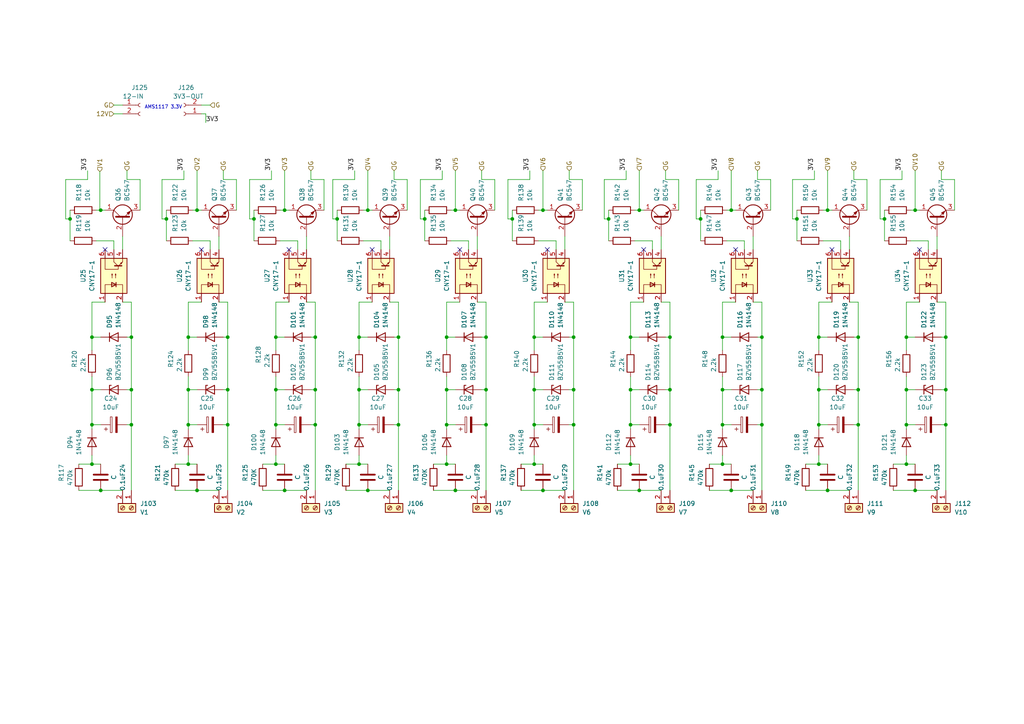
<source format=kicad_sch>
(kicad_sch (version 20211123) (generator eeschema)
  (paper "A4")
  (junction (at 115.57 113.03))
  (junction (at 220.98 113.03))
  (junction (at 194.31 113.03))
  (junction (at 115.57 97.79))
  (junction (at 80.01 134.62))
  (junction (at 20.32 63.5))
  (junction (at 154.94 97.79))
  (junction (at 194.31 123.19))
  (junction (at 209.55 123.19))
  (junction (at 220.98 97.79))
  (junction (at 104.14 113.03))
  (junction (at 80.01 97.79))
  (junction (at 123.19 63.5))
  (junction (at 154.94 134.62))
  (junction (at 237.49 113.03))
  (junction (at 54.61 134.62))
  (junction (at 240.03 60.96))
  (junction (at 129.54 123.19))
  (junction (at 106.68 142.24))
  (junction (at 26.67 97.79))
  (junction (at 54.61 97.79))
  (junction (at 29.21 60.96))
  (junction (at 54.61 123.19))
  (junction (at 97.79 63.5))
  (junction (at 194.31 97.79))
  (junction (at 182.88 134.62))
  (junction (at 115.57 123.19))
  (junction (at 274.32 123.19))
  (junction (at 262.89 123.19))
  (junction (at 140.97 123.19))
  (junction (at 104.14 134.62))
  (junction (at 104.14 97.79))
  (junction (at 176.53 63.5))
  (junction (at 166.37 123.19))
  (junction (at 157.48 60.96))
  (junction (at 248.92 113.03))
  (junction (at 262.89 113.03))
  (junction (at 80.01 123.19))
  (junction (at 220.98 123.19))
  (junction (at 132.08 60.96))
  (junction (at 73.66 63.5))
  (junction (at 209.55 134.62))
  (junction (at 148.59 63.5))
  (junction (at 80.01 113.03))
  (junction (at 129.54 134.62))
  (junction (at 91.44 97.79))
  (junction (at 54.61 113.03))
  (junction (at 29.21 142.24))
  (junction (at 140.97 113.03))
  (junction (at 132.08 142.24))
  (junction (at 129.54 113.03))
  (junction (at 26.67 113.03))
  (junction (at 166.37 97.79))
  (junction (at 274.32 113.03))
  (junction (at 182.88 123.19))
  (junction (at 185.42 142.24))
  (junction (at 265.43 60.96))
  (junction (at 154.94 123.19))
  (junction (at 26.67 134.62))
  (junction (at 104.14 123.19))
  (junction (at 66.04 123.19))
  (junction (at 212.09 60.96))
  (junction (at 26.67 123.19))
  (junction (at 231.14 63.5))
  (junction (at 182.88 113.03))
  (junction (at 57.15 142.24))
  (junction (at 82.55 60.96))
  (junction (at 140.97 97.79))
  (junction (at 185.42 60.96))
  (junction (at 237.49 97.79))
  (junction (at 91.44 123.19))
  (junction (at 262.89 97.79))
  (junction (at 38.1 123.19))
  (junction (at 182.88 97.79))
  (junction (at 66.04 97.79))
  (junction (at 203.2 63.5))
  (junction (at 91.44 113.03))
  (junction (at 209.55 97.79))
  (junction (at 237.49 123.19))
  (junction (at 57.15 60.96))
  (junction (at 38.1 97.79))
  (junction (at 265.43 142.24))
  (junction (at 106.68 60.96))
  (junction (at 256.54 63.5))
  (junction (at 274.32 97.79))
  (junction (at 38.1 113.03))
  (junction (at 212.09 142.24))
  (junction (at 240.03 142.24))
  (junction (at 129.54 97.79))
  (junction (at 154.94 113.03))
  (junction (at 166.37 113.03))
  (junction (at 248.92 123.19))
  (junction (at 48.26 63.5))
  (junction (at 237.49 134.62))
  (junction (at 262.89 134.62))
  (junction (at 82.55 142.24))
  (junction (at 66.04 113.03))
  (junction (at 157.48 142.24))
  (junction (at 248.92 97.79))
  (junction (at 209.55 113.03))
  (no_connect (at 186.69 72.39))
  (no_connect (at 266.7 72.39))
  (no_connect (at 30.48 72.39))
  (no_connect (at 133.35 72.39))
  (no_connect (at 83.82 72.39))
  (no_connect (at 58.42 72.39))
  (no_connect (at 213.36 72.39))
  (no_connect (at 158.75 72.39))
  (no_connect (at 241.3 72.39))
  (no_connect (at 107.95 72.39))
  (wire (pts (xy 48.26 63.5) (xy 48.26 60.96)))
  (wire (pts (xy 273.05 123.19) (xy 274.32 123.19)))
  (wire (pts (xy 140.97 97.79) (xy 140.97 87.63)))
  (wire (pts (xy 102.87 52.07) (xy 102.87 49.53)))
  (wire (pts (xy 182.88 113.03) (xy 185.42 113.03)))
  (wire (pts (xy 237.49 123.19) (xy 240.03 123.19)))
  (wire (pts (xy 273.05 52.07) (xy 273.05 49.53)))
  (wire (pts (xy 193.04 123.19) (xy 194.31 123.19)))
  (wire (pts (xy 104.14 124.46) (xy 104.14 123.19)))
  (wire (pts (xy 189.23 69.85) (xy 184.15 69.85)))
  (wire (pts (xy 20.32 69.85) (xy 20.32 63.5)))
  (wire (pts (xy 80.01 124.46) (xy 80.01 123.19)))
  (wire (pts (xy 201.93 63.5) (xy 203.2 63.5)))
  (wire (pts (xy 54.61 134.62) (xy 57.15 134.62)))
  (wire (pts (xy 218.44 72.39) (xy 218.44 68.58)))
  (wire (pts (xy 54.61 134.62) (xy 54.61 132.08)))
  (wire (pts (xy 220.98 113.03) (xy 220.98 97.79)))
  (wire (pts (xy 135.89 72.39) (xy 135.89 69.85)))
  (wire (pts (xy 26.67 134.62) (xy 26.67 132.08)))
  (wire (pts (xy 46.99 52.07) (xy 46.99 63.5)))
  (wire (pts (xy 220.98 142.24) (xy 220.98 123.19)))
  (wire (pts (xy 151.13 142.24) (xy 157.48 142.24)))
  (wire (pts (xy 274.32 97.79) (xy 274.32 87.63)))
  (wire (pts (xy 80.01 97.79) (xy 82.55 97.79)))
  (wire (pts (xy 140.97 123.19) (xy 140.97 113.03)))
  (wire (pts (xy 110.49 72.39) (xy 110.49 69.85)))
  (wire (pts (xy 121.92 63.5) (xy 123.19 63.5)))
  (wire (pts (xy 121.92 52.07) (xy 128.27 52.07)))
  (wire (pts (xy 193.04 97.79) (xy 194.31 97.79)))
  (wire (pts (xy 76.2 134.62) (xy 80.01 134.62)))
  (wire (pts (xy 175.26 63.5) (xy 176.53 63.5)))
  (wire (pts (xy 57.15 60.96) (xy 57.15 49.53)))
  (wire (pts (xy 132.08 60.96) (xy 132.08 49.53)))
  (wire (pts (xy 76.2 142.24) (xy 82.55 142.24)))
  (wire (pts (xy 215.9 69.85) (xy 210.82 69.85)))
  (wire (pts (xy 132.08 60.96) (xy 133.35 60.96)))
  (wire (pts (xy 166.37 142.24) (xy 166.37 123.19)))
  (wire (pts (xy 64.77 113.03) (xy 66.04 113.03)))
  (wire (pts (xy 139.7 113.03) (xy 140.97 113.03)))
  (wire (pts (xy 55.88 60.96) (xy 57.15 60.96)))
  (wire (pts (xy 237.49 113.03) (xy 237.49 109.22)))
  (wire (pts (xy 72.39 52.07) (xy 78.74 52.07)))
  (wire (pts (xy 38.1 123.19) (xy 38.1 113.03)))
  (wire (pts (xy 165.1 52.07) (xy 165.1 49.53)))
  (wire (pts (xy 212.09 60.96) (xy 213.36 60.96)))
  (wire (pts (xy 223.52 52.07) (xy 219.71 52.07)))
  (wire (pts (xy 201.93 52.07) (xy 201.93 63.5)))
  (wire (pts (xy 246.38 87.63) (xy 248.92 87.63)))
  (wire (pts (xy 54.61 124.46) (xy 54.61 123.19)))
  (wire (pts (xy 237.49 123.19) (xy 237.49 113.03)))
  (wire (pts (xy 33.02 69.85) (xy 27.94 69.85)))
  (wire (pts (xy 115.57 123.19) (xy 115.57 113.03)))
  (wire (pts (xy 114.3 123.19) (xy 115.57 123.19)))
  (wire (pts (xy 96.52 63.5) (xy 97.79 63.5)))
  (wire (pts (xy 129.54 134.62) (xy 132.08 134.62)))
  (wire (pts (xy 138.43 72.39) (xy 138.43 68.58)))
  (wire (pts (xy 81.28 60.96) (xy 82.55 60.96)))
  (wire (pts (xy 175.26 52.07) (xy 181.61 52.07)))
  (wire (pts (xy 90.17 113.03) (xy 91.44 113.03)))
  (wire (pts (xy 22.86 142.24) (xy 29.21 142.24)))
  (wire (pts (xy 36.83 113.03) (xy 38.1 113.03)))
  (wire (pts (xy 36.83 52.07) (xy 36.83 49.53)))
  (wire (pts (xy 156.21 60.96) (xy 157.48 60.96)))
  (wire (pts (xy 247.65 123.19) (xy 248.92 123.19)))
  (wire (pts (xy 274.32 142.24) (xy 274.32 123.19)))
  (wire (pts (xy 262.89 123.19) (xy 262.89 113.03)))
  (wire (pts (xy 123.19 69.85) (xy 123.19 63.5)))
  (wire (pts (xy 123.19 63.5) (xy 123.19 60.96)))
  (wire (pts (xy 28.956 61.214) (xy 28.956 49.784)))
  (wire (pts (xy 247.65 113.03) (xy 248.92 113.03)))
  (wire (pts (xy 138.43 142.24) (xy 132.08 142.24)))
  (wire (pts (xy 80.01 123.19) (xy 82.55 123.19)))
  (wire (pts (xy 218.44 87.63) (xy 220.98 87.63)))
  (wire (pts (xy 147.32 63.5) (xy 148.59 63.5)))
  (wire (pts (xy 205.74 142.24) (xy 212.09 142.24)))
  (wire (pts (xy 203.2 69.85) (xy 203.2 63.5)))
  (wire (pts (xy 135.89 69.85) (xy 130.81 69.85)))
  (wire (pts (xy 259.08 142.24) (xy 265.43 142.24)))
  (wire (pts (xy 104.14 134.62) (xy 106.68 134.62)))
  (wire (pts (xy 63.5 142.24) (xy 57.15 142.24)))
  (wire (pts (xy 271.78 142.24) (xy 265.43 142.24)))
  (wire (pts (xy 54.61 123.19) (xy 57.15 123.19)))
  (wire (pts (xy 154.94 124.46) (xy 154.94 123.19)))
  (wire (pts (xy 175.26 52.07) (xy 175.26 63.5)))
  (wire (pts (xy 243.84 69.85) (xy 238.76 69.85)))
  (wire (pts (xy 194.31 113.03) (xy 194.31 97.79)))
  (wire (pts (xy 106.68 60.96) (xy 107.95 60.96)))
  (wire (pts (xy 130.81 60.96) (xy 132.08 60.96)))
  (wire (pts (xy 104.14 113.03) (xy 106.68 113.03)))
  (wire (pts (xy 161.29 72.39) (xy 161.29 69.85)))
  (wire (pts (xy 271.78 87.63) (xy 274.32 87.63)))
  (wire (pts (xy 88.9 142.24) (xy 82.55 142.24)))
  (wire (pts (xy 139.7 97.79) (xy 140.97 97.79)))
  (wire (pts (xy 153.67 52.07) (xy 153.67 49.53)))
  (wire (pts (xy 262.89 134.62) (xy 265.43 134.62)))
  (wire (pts (xy 38.1 97.79) (xy 38.1 87.63)))
  (wire (pts (xy 78.74 52.07) (xy 78.74 49.53)))
  (wire (pts (xy 196.85 52.07) (xy 193.04 52.07)))
  (wire (pts (xy 179.07 134.62) (xy 182.88 134.62)))
  (wire (pts (xy 82.55 60.96) (xy 82.55 49.53)))
  (wire (pts (xy 166.37 123.19) (xy 166.37 113.03)))
  (wire (pts (xy 229.87 52.07) (xy 229.87 63.5)))
  (wire (pts (xy 218.44 142.24) (xy 212.09 142.24)))
  (wire (pts (xy 182.88 123.19) (xy 185.42 123.19)))
  (wire (pts (xy 262.89 113.03) (xy 262.89 109.22)))
  (wire (pts (xy 33.02 33.02) (xy 35.56 33.02)))
  (wire (pts (xy 255.27 52.07) (xy 255.27 63.5)))
  (wire (pts (xy 100.33 142.24) (xy 106.68 142.24)))
  (wire (pts (xy 33.02 30.48) (xy 35.56 30.48)))
  (wire (pts (xy 57.15 60.96) (xy 58.42 60.96)))
  (wire (pts (xy 147.32 52.07) (xy 147.32 63.5)))
  (wire (pts (xy 36.83 123.19) (xy 38.1 123.19)))
  (wire (pts (xy 33.02 72.39) (xy 33.02 69.85)))
  (wire (pts (xy 86.36 69.85) (xy 81.28 69.85)))
  (wire (pts (xy 96.52 52.07) (xy 102.87 52.07)))
  (wire (pts (xy 166.37 97.79) (xy 166.37 87.63)))
  (wire (pts (xy 251.46 52.07) (xy 247.65 52.07)))
  (wire (pts (xy 80.01 134.62) (xy 82.55 134.62)))
  (wire (pts (xy 129.54 97.79) (xy 132.08 97.79)))
  (wire (pts (xy 54.61 123.19) (xy 54.61 113.03)))
  (wire (pts (xy 157.48 60.96) (xy 158.75 60.96)))
  (wire (pts (xy 194.31 142.24) (xy 194.31 123.19)))
  (wire (pts (xy 163.83 72.39) (xy 163.83 68.58)))
  (wire (pts (xy 238.76 60.96) (xy 240.03 60.96)))
  (wire (pts (xy 262.89 134.62) (xy 262.89 132.08)))
  (wire (pts (xy 262.89 124.46) (xy 262.89 123.19)))
  (wire (pts (xy 115.57 97.79) (xy 115.57 87.63)))
  (wire (pts (xy 129.54 134.62) (xy 129.54 132.08)))
  (wire (pts (xy 237.49 87.63) (xy 237.49 97.79)))
  (wire (pts (xy 196.85 60.96) (xy 196.85 52.07)))
  (wire (pts (xy 27.94 60.96) (xy 29.21 60.96)))
  (wire (pts (xy 241.3 87.63) (xy 237.49 87.63)))
  (wire (pts (xy 35.56 87.63) (xy 38.1 87.63)))
  (wire (pts (xy 35.56 142.24) (xy 29.21 142.24)))
  (wire (pts (xy 80.01 113.03) (xy 80.01 109.22)))
  (wire (pts (xy 231.14 63.5) (xy 231.14 60.96)))
  (wire (pts (xy 240.03 60.96) (xy 241.3 60.96)))
  (wire (pts (xy 73.66 69.85) (xy 73.66 63.5)))
  (wire (pts (xy 54.61 97.79) (xy 57.15 97.79)))
  (wire (pts (xy 63.5 72.39) (xy 63.5 68.58)))
  (wire (pts (xy 113.03 87.63) (xy 115.57 87.63)))
  (wire (pts (xy 46.99 63.5) (xy 48.26 63.5)))
  (wire (pts (xy 256.54 69.85) (xy 256.54 63.5)))
  (wire (pts (xy 186.69 87.63) (xy 182.88 87.63)))
  (wire (pts (xy 128.27 52.07) (xy 128.27 49.53)))
  (wire (pts (xy 118.11 52.07) (xy 114.3 52.07)))
  (wire (pts (xy 19.05 52.07) (xy 19.05 63.5)))
  (wire (pts (xy 129.54 123.19) (xy 129.54 113.03)))
  (wire (pts (xy 220.98 123.19) (xy 220.98 113.03)))
  (wire (pts (xy 248.92 123.19) (xy 248.92 113.03)))
  (wire (pts (xy 262.89 97.79) (xy 265.43 97.79)))
  (wire (pts (xy 138.43 87.63) (xy 140.97 87.63)))
  (wire (pts (xy 276.86 52.07) (xy 273.05 52.07)))
  (wire (pts (xy 163.83 142.24) (xy 157.48 142.24)))
  (wire (pts (xy 165.1 97.79) (xy 166.37 97.79)))
  (wire (pts (xy 58.42 33.02) (xy 59.69 33.02)))
  (wire (pts (xy 219.71 52.07) (xy 219.71 49.53)))
  (wire (pts (xy 151.13 134.62) (xy 154.94 134.62)))
  (wire (pts (xy 91.44 113.03) (xy 91.44 97.79)))
  (wire (pts (xy 210.82 60.96) (xy 212.09 60.96)))
  (wire (pts (xy 26.67 123.19) (xy 26.67 113.03)))
  (wire (pts (xy 26.67 101.6) (xy 26.67 97.79)))
  (wire (pts (xy 209.55 97.79) (xy 212.09 97.79)))
  (wire (pts (xy 66.04 142.24) (xy 66.04 123.19)))
  (wire (pts (xy 113.03 142.24) (xy 106.68 142.24)))
  (wire (pts (xy 248.92 142.24) (xy 248.92 123.19)))
  (wire (pts (xy 274.32 123.19) (xy 274.32 113.03)))
  (wire (pts (xy 237.49 97.79) (xy 240.03 97.79)))
  (wire (pts (xy 179.07 142.24) (xy 185.42 142.24)))
  (wire (pts (xy 91.44 97.79) (xy 91.44 87.63)))
  (wire (pts (xy 30.48 87.63) (xy 26.67 87.63)))
  (wire (pts (xy 237.49 124.46) (xy 237.49 123.19)))
  (wire (pts (xy 60.96 72.39) (xy 60.96 69.85)))
  (wire (pts (xy 237.49 134.62) (xy 240.03 134.62)))
  (wire (pts (xy 215.9 72.39) (xy 215.9 69.85)))
  (wire (pts (xy 66.04 123.19) (xy 66.04 113.03)))
  (wire (pts (xy 26.67 113.03) (xy 26.67 109.22)))
  (wire (pts (xy 185.42 60.96) (xy 185.42 49.53)))
  (wire (pts (xy 269.24 72.39) (xy 269.24 69.85)))
  (wire (pts (xy 35.56 72.39) (xy 35.56 68.58)))
  (wire (pts (xy 54.61 101.6) (xy 54.61 97.79)))
  (wire (pts (xy 73.66 63.5) (xy 73.66 60.96)))
  (wire (pts (xy 154.94 101.6) (xy 154.94 97.79)))
  (wire (pts (xy 125.73 142.24) (xy 132.08 142.24)))
  (wire (pts (xy 104.14 113.03) (xy 104.14 109.22)))
  (wire (pts (xy 168.91 52.07) (xy 165.1 52.07)))
  (wire (pts (xy 26.67 123.19) (xy 29.21 123.19)))
  (wire (pts (xy 219.71 97.79) (xy 220.98 97.79)))
  (wire (pts (xy 86.36 72.39) (xy 86.36 69.85)))
  (wire (pts (xy 264.16 60.96) (xy 265.43 60.96)))
  (wire (pts (xy 115.57 142.24) (xy 115.57 123.19)))
  (wire (pts (xy 53.34 52.07) (xy 53.34 49.53)))
  (wire (pts (xy 154.94 87.63) (xy 154.94 97.79)))
  (wire (pts (xy 233.68 134.62) (xy 237.49 134.62)))
  (wire (pts (xy 104.14 123.19) (xy 106.68 123.19)))
  (wire (pts (xy 220.98 97.79) (xy 220.98 87.63)))
  (wire (pts (xy 247.65 97.79) (xy 248.92 97.79)))
  (wire (pts (xy 72.39 52.07) (xy 72.39 63.5)))
  (wire (pts (xy 237.49 134.62) (xy 237.49 132.08)))
  (wire (pts (xy 261.62 52.07) (xy 261.62 49.53)))
  (wire (pts (xy 88.9 87.63) (xy 91.44 87.63)))
  (wire (pts (xy 209.55 123.19) (xy 209.55 113.03)))
  (wire (pts (xy 233.68 142.24) (xy 240.03 142.24)))
  (wire (pts (xy 104.14 101.6) (xy 104.14 97.79)))
  (wire (pts (xy 50.8 134.62) (xy 54.61 134.62)))
  (wire (pts (xy 68.58 52.07) (xy 64.77 52.07)))
  (wire (pts (xy 97.79 63.5) (xy 97.79 60.96)))
  (wire (pts (xy 38.1 113.03) (xy 38.1 97.79)))
  (wire (pts (xy 140.97 113.03) (xy 140.97 97.79)))
  (wire (pts (xy 80.01 113.03) (xy 82.55 113.03)))
  (wire (pts (xy 80.01 87.63) (xy 80.01 97.79)))
  (wire (pts (xy 129.54 101.6) (xy 129.54 97.79)))
  (wire (pts (xy 129.54 113.03) (xy 129.54 109.22)))
  (wire (pts (xy 246.38 72.39) (xy 246.38 68.58)))
  (wire (pts (xy 262.89 113.03) (xy 265.43 113.03)))
  (wire (pts (xy 148.59 63.5) (xy 148.59 60.96)))
  (wire (pts (xy 193.04 52.07) (xy 193.04 49.53)))
  (wire (pts (xy 182.88 124.46) (xy 182.88 123.19)))
  (wire (pts (xy 262.89 87.63) (xy 262.89 97.79)))
  (wire (pts (xy 274.32 113.03) (xy 274.32 97.79)))
  (wire (pts (xy 22.86 134.62) (xy 26.67 134.62)))
  (wire (pts (xy 147.32 52.07) (xy 153.67 52.07)))
  (wire (pts (xy 229.87 63.5) (xy 231.14 63.5)))
  (wire (pts (xy 93.98 52.07) (xy 90.17 52.07)))
  (wire (pts (xy 90.17 97.79) (xy 91.44 97.79)))
  (wire (pts (xy 50.8 142.24) (xy 57.15 142.24)))
  (wire (pts (xy 66.04 97.79) (xy 66.04 87.63)))
  (wire (pts (xy 118.11 60.96) (xy 118.11 52.07)))
  (wire (pts (xy 209.55 101.6) (xy 209.55 97.79)))
  (wire (pts (xy 191.77 87.63) (xy 194.31 87.63)))
  (wire (pts (xy 273.05 97.79) (xy 274.32 97.79)))
  (wire (pts (xy 66.04 113.03) (xy 66.04 97.79)))
  (wire (pts (xy 163.83 87.63) (xy 166.37 87.63)))
  (wire (pts (xy 154.94 97.79) (xy 157.48 97.79)))
  (wire (pts (xy 209.55 134.62) (xy 209.55 132.08)))
  (wire (pts (xy 154.94 134.62) (xy 154.94 132.08)))
  (wire (pts (xy 193.04 113.03) (xy 194.31 113.03)))
  (wire (pts (xy 157.48 60.96) (xy 157.48 49.53)))
  (wire (pts (xy 19.05 52.07) (xy 25.4 52.07)))
  (wire (pts (xy 68.58 60.96) (xy 68.58 52.07)))
  (wire (pts (xy 129.54 123.19) (xy 132.08 123.19)))
  (wire (pts (xy 271.78 72.39) (xy 271.78 68.58)))
  (wire (pts (xy 60.96 69.85) (xy 55.88 69.85)))
  (wire (pts (xy 129.54 87.63) (xy 129.54 97.79)))
  (wire (pts (xy 273.05 113.03) (xy 274.32 113.03)))
  (wire (pts (xy 182.88 97.79) (xy 185.42 97.79)))
  (wire (pts (xy 26.67 124.46) (xy 26.67 123.19)))
  (wire (pts (xy 83.82 87.63) (xy 80.01 87.63)))
  (wire (pts (xy 248.92 97.79) (xy 248.92 87.63)))
  (wire (pts (xy 219.71 123.19) (xy 220.98 123.19)))
  (wire (pts (xy 90.17 52.07) (xy 90.17 49.53)))
  (wire (pts (xy 100.33 134.62) (xy 104.14 134.62)))
  (wire (pts (xy 26.67 134.62) (xy 29.21 134.62)))
  (wire (pts (xy 64.77 97.79) (xy 66.04 97.79)))
  (wire (pts (xy 262.89 101.6) (xy 262.89 97.79)))
  (wire (pts (xy 248.92 113.03) (xy 248.92 97.79)))
  (wire (pts (xy 255.27 63.5) (xy 256.54 63.5)))
  (wire (pts (xy 36.83 97.79) (xy 38.1 97.79)))
  (wire (pts (xy 168.91 60.96) (xy 168.91 52.07)))
  (wire (pts (xy 63.5 87.63) (xy 66.04 87.63)))
  (wire (pts (xy 194.31 123.19) (xy 194.31 113.03)))
  (wire (pts (xy 209.55 113.03) (xy 209.55 109.22)))
  (wire (pts (xy 139.7 52.07) (xy 139.7 49.53)))
  (wire (pts (xy 80.01 101.6) (xy 80.01 97.79)))
  (wire (pts (xy 38.1 142.24) (xy 38.1 123.19)))
  (wire (pts (xy 191.77 142.24) (xy 185.42 142.24)))
  (wire (pts (xy 139.7 123.19) (xy 140.97 123.19)))
  (wire (pts (xy 209.55 87.63) (xy 209.55 97.79)))
  (wire (pts (xy 148.59 69.85) (xy 148.59 63.5)))
  (wire (pts (xy 105.41 60.96) (xy 106.68 60.96)))
  (wire (pts (xy 213.36 87.63) (xy 209.55 87.63)))
  (wire (pts (xy 231.14 69.85) (xy 231.14 63.5)))
  (wire (pts (xy 60.96 30.48) (xy 58.42 30.48)))
  (wire (pts (xy 182.88 113.03) (xy 182.88 109.22)))
  (wire (pts (xy 154.94 123.19) (xy 154.94 113.03)))
  (wire (pts (xy 82.55 60.96) (xy 83.82 60.96)))
  (wire (pts (xy 189.23 72.39) (xy 189.23 69.85)))
  (wire (pts (xy 28.956 61.214) (xy 29.21 60.96)))
  (wire (pts (xy 247.65 52.07) (xy 247.65 49.53)))
  (wire (pts (xy 106.68 60.96) (xy 106.68 49.53)))
  (wire (pts (xy 176.53 69.85) (xy 176.53 63.5)))
  (wire (pts (xy 237.49 101.6) (xy 237.49 97.79)))
  (wire (pts (xy 237.49 113.03) (xy 240.03 113.03)))
  (wire (pts (xy 154.94 123.19) (xy 157.48 123.19)))
  (wire (pts (xy 182.88 87.63) (xy 182.88 97.79)))
  (wire (pts (xy 114.3 52.07) (xy 114.3 49.53)))
  (wire (pts (xy 184.15 60.96) (xy 185.42 60.96)))
  (wire (pts (xy 219.71 113.03) (xy 220.98 113.03)))
  (wire (pts (xy 154.94 113.03) (xy 154.94 109.22)))
  (wire (pts (xy 96.52 52.07) (xy 96.52 63.5)))
  (wire (pts (xy 161.29 69.85) (xy 156.21 69.85)))
  (wire (pts (xy 59.69 33.02) (xy 59.69 35.56)))
  (wire (pts (xy 114.3 113.03) (xy 115.57 113.03)))
  (wire (pts (xy 129.54 124.46) (xy 129.54 123.19)))
  (wire (pts (xy 259.08 134.62) (xy 262.89 134.62)))
  (wire (pts (xy 29.21 60.96) (xy 30.48 60.96)))
  (wire (pts (xy 54.61 113.03) (xy 54.61 109.22)))
  (wire (pts (xy 262.89 123.19) (xy 265.43 123.19)))
  (wire (pts (xy 276.86 60.96) (xy 276.86 52.07)))
  (wire (pts (xy 229.87 52.07) (xy 236.22 52.07)))
  (wire (pts (xy 194.31 97.79) (xy 194.31 87.63)))
  (wire (pts (xy 158.75 87.63) (xy 154.94 87.63)))
  (wire (pts (xy 212.09 60.96) (xy 212.09 49.53)))
  (wire (pts (xy 80.01 123.19) (xy 80.01 113.03)))
  (wire (pts (xy 165.1 113.03) (xy 166.37 113.03)))
  (wire (pts (xy 46.99 52.07) (xy 53.34 52.07)))
  (wire (pts (xy 133.35 87.63) (xy 129.54 87.63)))
  (wire (pts (xy 104.14 97.79) (xy 106.68 97.79)))
  (wire (pts (xy 181.61 52.07) (xy 181.61 49.53)))
  (wire (pts (xy 93.98 60.96) (xy 93.98 52.07)))
  (wire (pts (xy 166.37 113.03) (xy 166.37 97.79)))
  (wire (pts (xy 266.7 87.63) (xy 262.89 87.63)))
  (wire (pts (xy 26.67 97.79) (xy 29.21 97.79)))
  (wire (pts (xy 209.55 134.62) (xy 212.09 134.62)))
  (wire (pts (xy 25.4 52.07) (xy 25.4 49.53)))
  (wire (pts (xy 251.46 60.96) (xy 251.46 52.07)))
  (wire (pts (xy 209.55 124.46) (xy 209.55 123.19)))
  (wire (pts (xy 165.1 123.19) (xy 166.37 123.19)))
  (wire (pts (xy 236.22 52.07) (xy 236.22 49.53)))
  (wire (pts (xy 54.61 87.63) (xy 54.61 97.79)))
  (wire (pts (xy 255.27 52.07) (xy 261.62 52.07)))
  (wire (pts (xy 182.88 123.19) (xy 182.88 113.03)))
  (wire (pts (xy 104.14 87.63) (xy 104.14 97.79)))
  (wire (pts (xy 182.88 134.62) (xy 182.88 132.08)))
  (wire (pts (xy 208.28 52.07) (xy 208.28 49.53)))
  (wire (pts (xy 121.92 52.07) (xy 121.92 63.5)))
  (wire (pts (xy 201.93 52.07) (xy 208.28 52.07)))
  (wire (pts (xy 114.3 97.79) (xy 115.57 97.79)))
  (wire (pts (xy 265.43 60.96) (xy 265.43 49.53)))
  (wire (pts (xy 104.14 123.19) (xy 104.14 113.03)))
  (wire (pts (xy 72.39 63.5) (xy 73.66 63.5)))
  (wire (pts (xy 205.74 134.62) (xy 209.55 134.62)))
  (wire (pts (xy 265.43 60.96) (xy 266.7 60.96)))
  (wire (pts (xy 176.53 63.5) (xy 176.53 60.96)))
  (wire (pts (xy 113.03 72.39) (xy 113.03 68.58)))
  (wire (pts (xy 143.51 60.96) (xy 143.51 52.07)))
  (wire (pts (xy 110.49 69.85) (xy 105.41 69.85)))
  (wire (pts (xy 203.2 63.5) (xy 203.2 60.96)))
  (wire (pts (xy 64.77 123.19) (xy 66.04 123.19)))
  (wire (pts (xy 80.01 134.62) (xy 80.01 132.08)))
  (wire (pts (xy 91.44 123.19) (xy 91.44 113.03)))
  (wire (pts (xy 20.32 63.5) (xy 20.32 60.96)))
  (wire (pts (xy 143.51 52.07) (xy 139.7 52.07)))
  (wire (pts (xy 19.05 63.5) (xy 20.32 63.5)))
  (wire (pts (xy 90.17 123.19) (xy 91.44 123.19)))
  (wire (pts (xy 140.97 142.24) (xy 140.97 123.19)))
  (wire (pts (xy 129.54 113.03) (xy 132.08 113.03)))
  (wire (pts (xy 154.94 134.62) (xy 157.48 134.62)))
  (wire (pts (xy 243.84 72.39) (xy 243.84 69.85)))
  (wire (pts (xy 97.79 69.85) (xy 97.79 63.5)))
  (wire (pts (xy 209.55 123.19) (xy 212.09 123.19)))
  (wire (pts (xy 26.67 113.03) (xy 29.21 113.03)))
  (wire (pts (xy 26.67 87.63) (xy 26.67 97.79)))
  (wire (pts (xy 125.73 134.62) (xy 129.54 134.62)))
  (wire (pts (xy 182.88 101.6) (xy 182.88 97.79)))
  (wire (pts (xy 269.24 69.85) (xy 264.16 69.85)))
  (wire (pts (xy 246.38 142.24) (xy 240.03 142.24)))
  (wire (pts (xy 107.95 87.63) (xy 104.14 87.63)))
  (wire (pts (xy 88.9 72.39) (xy 88.9 68.58)))
  (wire (pts (xy 185.42 60.96) (xy 186.69 60.96)))
  (wire (pts (xy 209.55 113.03) (xy 212.09 113.03)))
  (wire (pts (xy 223.52 60.96) (xy 223.52 52.07)))
  (wire (pts (xy 58.42 87.63) (xy 54.61 87.63)))
  (wire (pts (xy 191.77 72.39) (xy 191.77 68.58)))
  (wire (pts (xy 240.03 60.96) (xy 240.03 49.53)))
  (wire (pts (xy 40.64 52.07) (xy 36.83 52.07)))
  (wire (pts (xy 91.44 142.24) (xy 91.44 123.19)))
  (wire (pts (xy 54.61 113.03) (xy 57.15 113.03)))
  (wire (pts (xy 256.54 63.5) (xy 256.54 60.96)))
  (wire (pts (xy 48.26 69.85) (xy 48.26 63.5)))
  (wire (pts (xy 104.14 134.62) (xy 104.14 132.08)))
  (wire (pts (xy 64.77 52.07) (xy 64.77 49.53)))
  (wire (pts (xy 182.88 134.62) (xy 185.42 134.62)))
  (wire (pts (xy 40.64 60.96) (xy 40.64 52.07)))
  (wire (pts (xy 115.57 113.03) (xy 115.57 97.79)))
  (wire (pts (xy 154.94 113.03) (xy 157.48 113.03)))
  (text "AMS1117 3.3V" (at 41.91 31.75 0) (effects (font (size 1 1)) (justify left bottom)))
  (label "3V3" (at 208.28 49.53 90))
  (label "3V3" (at 236.22 49.53 90))
  (label "3V3" (at 25.4 49.53 90))
  (label "3V3" (at 181.61 49.53 90))
  (label "3V3" (at 53.34 49.53 90))
  (label "3V3" (at 78.74 49.53 90))
  (label "3V3" (at 153.67 49.53 90))
  (label "3V3" (at 128.27 49.53 90))
  (label "3V3" (at 102.87 49.53 90))
  (label "3V3" (at 59.69 35.56 0))
  (label "3V3" (at 261.62 49.53 90))
  (hierarchical_label "G" (shape input) (at 247.65 49.53 90))
  (hierarchical_label "V5" (shape input) (at 132.08 49.53 90))
  (hierarchical_label "V4" (shape input) (at 106.68 49.53 90))
  (hierarchical_label "V9" (shape input) (at 240.03 49.53 90))
  (hierarchical_label "12V" (shape input) (at 33.02 33.02 180))
  (hierarchical_label "G" (shape input) (at 219.71 49.53 90))
  (hierarchical_label "G" (shape input) (at 90.17 49.53 90))
  (hierarchical_label "V3" (shape input) (at 82.55 49.53 90))
  (hierarchical_label "V1" (shape input) (at 28.956 49.784 90))
  (hierarchical_label "G" (shape input) (at 36.83 49.53 90))
  (hierarchical_label "G" (shape input) (at 60.96 30.48 0))
  (hierarchical_label "G" (shape input) (at 165.1 49.53 90))
  (hierarchical_label "G" (shape input) (at 114.3 49.53 90))
  (hierarchical_label "V6" (shape input) (at 157.48 49.53 90))
  (hierarchical_label "V8" (shape input) (at 212.09 49.53 90))
  (hierarchical_label "G" (shape input) (at 64.77 49.53 90))
  (hierarchical_label "V10" (shape input) (at 265.43 49.53 90))
  (hierarchical_label "G" (shape input) (at 33.02 30.48 180))
  (hierarchical_label "G" (shape input) (at 273.05 49.53 90))
  (hierarchical_label "G" (shape input) (at 139.7 49.53 90))
  (hierarchical_label "V7" (shape input) (at 185.42 49.53 90))
  (hierarchical_label "G" (shape input) (at 193.04 49.53 90))
  (hierarchical_label "V2" (shape input) (at 57.15 49.53 90))
  (symbol (lib_id "Device:R") (at 125.73 138.43 0) (unit 1)
    (property "Reference" "R133" (at 120.65 139.7 90) (effects (justify left)))
    (property "Value" "470K" (at 123.19 140.97 90) (effects (justify left)))
  )
  (symbol (lib_id "Device:R") (at 234.95 69.85 90) (unit 1)
    (property "Reference" "R151" (at 233.6799 67.31 0) (effects (justify left)))
    (property "Value" "10k" (at 236.2199 67.31 0) (effects (justify left)))
  )
  (symbol (lib_id "Device:R") (at 50.8 138.43 0) (unit 1)
    (property "Reference" "R121" (at 45.72 139.7 90) (effects (justify left)))
    (property "Value" "470k" (at 48.26 140.97 90) (effects (justify left)))
  )
  (symbol (lib_id "Device:R") (at 54.61 105.41 0) (unit 1)
    (property "Reference" "R124" (at 49.53 106.68 90) (effects (justify left)))
    (property "Value" "2.2k" (at 52.07 107.95 90) (effects (justify left)))
  )
  (symbol (lib_id "Connector:Screw_Terminal_01x02") (at 166.37 147.32 270) (unit 1)
    (property "Reference" "J108" (at 168.91 146.0499 90) (effects (justify left)))
    (property "Value" "V6" (at 168.91 148.5899 90) (effects (justify left)))
  )
  (symbol (lib_id "Transistor_BJT:BC547") (at 113.03 63.5 90) (unit 1)
    (property "Reference" "Q39" (at 111.7599 58.42 0) (effects (justify left)))
    (property "Value" "BC547" (at 114.2999 58.42 0) (effects (justify left)))
    (property "Footprint" "Package_TO_SOT_THT:TO-92_Inline" (effects hide))
    (property "Datasheet" "https://www.onsemi.com/pub/Collateral/BC550-D.pdf" (effects hide))
  )
  (symbol (lib_id "Device:C_Polarized") (at 60.96 123.19 90) (unit 1)
    (property "Reference" "C25" (at 60.071 115.57 90))
    (property "Value" "10uF" (at 60.071 118.11 90))
  )
  (symbol (lib_id "Connector:Conn_01x02_Female") (at 53.34 33.02 180) (unit 1)
    (property "Reference" "J126" (at 53.975 25.4 0))
    (property "Value" "3V3-OUT" (at 54.61 27.94 0))
  )
  (symbol (lib_id "Isolator:CNY17-1") (at 86.36 80.01 90) (unit 1)
    (property "Reference" "U27" (at 77.47 80.01 0))
    (property "Value" "CNY17-1" (at 80.01 80.01 0))
    (property "Datasheet" "http://www.vishay.com/docs/83606/cny17.pdf" (effects hide))
  )
  (symbol (lib_id "Isolator:CNY17-1") (at 33.02 80.01 90) (unit 1)
    (property "Reference" "U25" (at 24.13 80.01 0))
    (property "Value" "CNY17-1" (at 26.67 80.01 0))
    (property "Datasheet" "http://www.vishay.com/docs/83606/cny17.pdf" (effects hide))
  )
  (symbol (lib_id "Diode:1N4148") (at 104.14 128.27 270) (unit 1)
    (property "Reference" "D103" (at 97.79 128.27 0))
    (property "Value" "1N4148" (at 100.33 128.27 0))
    (property "Footprint" "Diode_THT:D_DO-35_SOD27_P7.62mm_Horizontal" (effects hide))
    (property "Datasheet" "https://assets.nexperia.com/documents/data-sheet/1N4148_1N4448.pdf" (effects hide))
  )
  (symbol (lib_id "Diode:1N4148") (at 54.61 128.27 270) (unit 1)
    (property "Reference" "D97" (at 48.26 128.27 0))
    (property "Value" "1N4148" (at 50.8 128.27 0))
    (property "Footprint" "Diode_THT:D_DO-35_SOD27_P7.62mm_Horizontal" (effects hide))
    (property "Datasheet" "https://assets.nexperia.com/documents/data-sheet/1N4148_1N4448.pdf" (effects hide))
  )
  (symbol (lib_id "Device:R") (at 77.47 60.96 90) (unit 1)
    (property "Reference" "R126" (at 76.1999 58.42 0) (effects (justify left)))
    (property "Value" "10k" (at 78.7399 58.42 0) (effects (justify left)))
  )
  (symbol (lib_id "Transistor_BJT:BC547") (at 138.43 63.5 90) (unit 1)
    (property "Reference" "Q40" (at 137.1599 58.42 0) (effects (justify left)))
    (property "Value" "BC547" (at 139.6999 58.42 0) (effects (justify left)))
    (property "Footprint" "Package_TO_SOT_THT:TO-92_Inline" (effects hide))
    (property "Datasheet" "https://www.onsemi.com/pub/Collateral/BC550-D.pdf" (effects hide))
  )
  (symbol (lib_id "Device:R") (at 104.14 105.41 0) (unit 1)
    (property "Reference" "R132" (at 99.06 106.68 90) (effects (justify left)))
    (property "Value" "2.2k" (at 101.6 107.95 90) (effects (justify left)))
  )
  (symbol (lib_id "Device:C") (at 29.21 138.43 0) (unit 1)
    (property "Reference" "0.1uF24" (at 35.56 138.43 90))
    (property "Value" "C" (at 33.02 138.43 90))
  )
  (symbol (lib_id "Device:R") (at 180.34 69.85 90) (unit 1)
    (property "Reference" "R143" (at 179.0699 67.31 0) (effects (justify left)))
    (property "Value" "10k" (at 181.6099 67.31 0) (effects (justify left)))
  )
  (symbol (lib_id "Diode:BZV55B5V1") (at 269.24 113.03 0) (unit 1)
    (property "Reference" "D123" (at 267.9699 110.49 90) (effects (justify left)))
    (property "Value" "BZV55B5V1" (at 270.5099 110.49 90) (effects (justify left)))
    (property "Footprint" "Diode_SMD:D_MiniMELF" (effects hide))
    (property "Datasheet" "https://assets.nexperia.com/documents/data-sheet/BZV55_SER.pdf" (effects hide))
  )
  (symbol (lib_id "Device:R") (at 24.13 60.96 90) (unit 1)
    (property "Reference" "R118" (at 22.8599 58.42 0) (effects (justify left)))
    (property "Value" "10k" (at 25.3999 58.42 0) (effects (justify left)))
  )
  (symbol (lib_id "Diode:1N4148") (at 129.54 128.27 270) (unit 1)
    (property "Reference" "D106" (at 123.19 128.27 0))
    (property "Value" "1N4148" (at 125.73 128.27 0))
    (property "Footprint" "Diode_THT:D_DO-35_SOD27_P7.62mm_Horizontal" (effects hide))
    (property "Datasheet" "https://assets.nexperia.com/documents/data-sheet/1N4148_1N4448.pdf" (effects hide))
  )
  (symbol (lib_id "Diode:1N4148") (at 33.02 97.79 0) (unit 1)
    (property "Reference" "D95" (at 31.7499 95.25 90) (effects (justify left)))
    (property "Value" "1N4148" (at 34.2899 95.25 90) (effects (justify left)))
    (property "Footprint" "Diode_THT:D_DO-35_SOD27_P7.62mm_Horizontal" (effects hide))
    (property "Datasheet" "https://assets.nexperia.com/documents/data-sheet/1N4148_1N4448.pdf" (effects hide))
  )
  (symbol (lib_id "Device:R") (at 154.94 105.41 0) (unit 1)
    (property "Reference" "R140" (at 149.86 106.68 90) (effects (justify left)))
    (property "Value" "2.2k" (at 152.4 107.95 90) (effects (justify left)))
  )
  (symbol (lib_id "Device:R") (at 80.01 105.41 0) (unit 1)
    (property "Reference" "R128" (at 74.93 105.41 90) (effects (justify left)))
    (property "Value" "2.2k" (at 77.47 106.68 90) (effects (justify left)))
  )
  (symbol (lib_id "Device:C_Polarized") (at 189.23 123.19 90) (unit 1)
    (property "Reference" "C30" (at 188.341 115.57 90))
    (property "Value" "10uF" (at 188.341 118.11 90))
  )
  (symbol (lib_id "Device:C") (at 212.09 138.43 0) (unit 1)
    (property "Reference" "0.1uF31" (at 218.44 138.43 90))
    (property "Value" "C" (at 215.9 138.43 90))
  )
  (symbol (lib_id "Device:R") (at 180.34 60.96 90) (unit 1)
    (property "Reference" "R142" (at 179.0699 58.42 0) (effects (justify left)))
    (property "Value" "10k" (at 181.6099 58.42 0) (effects (justify left)))
  )
  (symbol (lib_id "Device:R") (at 22.86 138.43 0) (unit 1)
    (property "Reference" "R117" (at 17.78 139.7 90) (effects (justify left)))
    (property "Value" "470k" (at 20.32 140.97 90) (effects (justify left)))
  )
  (symbol (lib_id "Transistor_BJT:BC547") (at 246.38 63.5 90) (unit 1)
    (property "Reference" "Q44" (at 245.1099 58.42 0) (effects (justify left)))
    (property "Value" "BC547" (at 247.6499 58.42 0) (effects (justify left)))
    (property "Footprint" "Package_TO_SOT_THT:TO-92_Inline" (effects hide))
    (property "Datasheet" "https://www.onsemi.com/pub/Collateral/BC550-D.pdf" (effects hide))
  )
  (symbol (lib_id "Device:C_Polarized") (at 135.89 123.19 90) (unit 1)
    (property "Reference" "C28" (at 135.001 115.57 90))
    (property "Value" "10uF" (at 135.001 118.11 90))
  )
  (symbol (lib_id "Device:R") (at 151.13 138.43 0) (unit 1)
    (property "Reference" "R137" (at 146.05 139.7 90) (effects (justify left)))
    (property "Value" "470k" (at 148.59 140.97 90) (effects (justify left)))
  )
  (symbol (lib_id "Diode:1N4148") (at 154.94 128.27 270) (unit 1)
    (property "Reference" "D109" (at 148.59 128.27 0))
    (property "Value" "1N4148" (at 151.13 128.27 0))
    (property "Footprint" "Diode_THT:D_DO-35_SOD27_P7.62mm_Horizontal" (effects hide))
    (property "Datasheet" "https://assets.nexperia.com/documents/data-sheet/1N4148_1N4448.pdf" (effects hide))
  )
  (symbol (lib_id "Connector:Screw_Terminal_01x02") (at 248.92 147.32 270) (unit 1)
    (property "Reference" "J111" (at 251.46 146.0499 90) (effects (justify left)))
    (property "Value" "V9" (at 251.46 148.5899 90) (effects (justify left)))
  )
  (symbol (lib_id "Isolator:CNY17-1") (at 189.23 80.01 90) (unit 1)
    (property "Reference" "U31" (at 180.34 80.01 0))
    (property "Value" "CNY17-1" (at 182.88 80.01 0))
    (property "Datasheet" "http://www.vishay.com/docs/83606/cny17.pdf" (effects hide))
  )
  (symbol (lib_id "Connector:Conn_01x02_Female") (at 40.64 30.48 0) (unit 1)
    (property "Reference" "J125" (at 38.1 25.4 0) (effects (justify left)))
    (property "Value" "12-IN" (at 35.56 27.94 0) (effects (justify left)))
  )
  (symbol (lib_id "Diode:BZV55B5V1") (at 33.02 113.03 0) (unit 1)
    (property "Reference" "D96" (at 31.7499 110.49 90) (effects (justify left)))
    (property "Value" "BZV55B5V1" (at 34.2899 110.49 90) (effects (justify left)))
    (property "Footprint" "Diode_SMD:D_MiniMELF" (effects hide))
    (property "Datasheet" "https://assets.nexperia.com/documents/data-sheet/BZV55_SER.pdf" (effects hide))
  )
  (symbol (lib_id "Device:R") (at 101.6 69.85 90) (unit 1)
    (property "Reference" "R131" (at 100.3299 67.31 0) (effects (justify left)))
    (property "Value" "10k" (at 102.8699 67.31 0) (effects (justify left)))
  )
  (symbol (lib_id "Device:R") (at 205.74 138.43 0) (unit 1)
    (property "Reference" "R145" (at 200.66 139.7 90) (effects (justify left)))
    (property "Value" "470k" (at 203.2 140.97 90) (effects (justify left)))
  )
  (symbol (lib_id "Device:R") (at 237.49 105.41 0) (unit 1)
    (property "Reference" "R152" (at 232.41 106.68 90) (effects (justify left)))
    (property "Value" "2.2k" (at 234.95 107.95 90) (effects (justify left)))
  )
  (symbol (lib_id "Device:R") (at 182.88 105.41 0) (unit 1)
    (property "Reference" "R144" (at 177.8 106.68 90) (effects (justify left)))
    (property "Value" "2.2k" (at 180.34 107.95 90) (effects (justify left)))
  )
  (symbol (lib_id "Device:C_Polarized") (at 243.84 123.19 90) (unit 1)
    (property "Reference" "C32" (at 242.951 115.57 90))
    (property "Value" "10uF" (at 242.951 118.11 90))
  )
  (symbol (lib_id "Transistor_BJT:BC547") (at 88.9 63.5 90) (unit 1)
    (property "Reference" "Q38" (at 87.6299 58.42 0) (effects (justify left)))
    (property "Value" "BC547" (at 90.1699 58.42 0) (effects (justify left)))
    (property "Footprint" "Package_TO_SOT_THT:TO-92_Inline" (effects hide))
    (property "Datasheet" "https://www.onsemi.com/pub/Collateral/BC550-D.pdf" (effects hide))
  )
  (symbol (lib_id "Device:R") (at 207.01 69.85 90) (unit 1)
    (property "Reference" "R147" (at 205.7399 67.31 0) (effects (justify left)))
    (property "Value" "10k" (at 208.2799 67.31 0) (effects (justify left)))
  )
  (symbol (lib_id "Connector:Screw_Terminal_01x02") (at 220.98 147.32 270) (unit 1)
    (property "Reference" "J110" (at 223.52 146.0499 90) (effects (justify left)))
    (property "Value" "V8" (at 223.52 148.5899 90) (effects (justify left)))
  )
  (symbol (lib_id "Connector:Screw_Terminal_01x02") (at 140.97 147.32 270) (unit 1)
    (property "Reference" "J107" (at 143.51 146.0499 90) (effects (justify left)))
    (property "Value" "V5" (at 143.51 148.5899 90) (effects (justify left)))
  )
  (symbol (lib_id "Device:R") (at 24.13 69.85 90) (unit 1)
    (property "Reference" "R119" (at 22.8599 67.31 0) (effects (justify left)))
    (property "Value" "10k" (at 25.3999 67.31 0) (effects (justify left)))
  )
  (symbol (lib_id "Diode:1N4148") (at 262.89 128.27 270) (unit 1)
    (property "Reference" "D121" (at 256.54 128.27 0))
    (property "Value" "1N4148" (at 259.08 128.27 0))
    (property "Footprint" "Diode_THT:D_DO-35_SOD27_P7.62mm_Horizontal" (effects hide))
    (property "Datasheet" "https://assets.nexperia.com/documents/data-sheet/1N4148_1N4448.pdf" (effects hide))
  )
  (symbol (lib_id "Device:R") (at 260.35 60.96 90) (unit 1)
    (property "Reference" "R154" (at 259.0799 58.42 0) (effects (justify left)))
    (property "Value" "10k" (at 261.6199 58.42 0) (effects (justify left)))
  )
  (symbol (lib_id "Device:R") (at 259.08 138.43 0) (unit 1)
    (property "Reference" "R153" (at 254 139.7 90) (effects (justify left)))
    (property "Value" "470k" (at 256.54 140.97 90) (effects (justify left)))
  )
  (symbol (lib_id "Device:R") (at 179.07 138.43 0) (unit 1)
    (property "Reference" "R141" (at 173.99 139.7 90) (effects (justify left)))
    (property "Value" "470k" (at 176.53 140.97 90) (effects (justify left)))
  )
  (symbol (lib_id "Isolator:CNY17-1") (at 269.24 80.01 90) (unit 1)
    (property "Reference" "U34" (at 260.35 80.01 0))
    (property "Value" "CNY17-1" (at 262.89 80.01 0))
    (property "Datasheet" "http://www.vishay.com/docs/83606/cny17.pdf" (effects hide))
  )
  (symbol (lib_id "Device:R") (at 152.4 60.96 90) (unit 1)
    (property "Reference" "R138" (at 151.1299 58.42 0) (effects (justify left)))
    (property "Value" "10k" (at 153.6699 58.42 0) (effects (justify left)))
  )
  (symbol (lib_id "Diode:1N4148") (at 60.96 97.79 0) (unit 1)
    (property "Reference" "D98" (at 59.6899 95.25 90) (effects (justify left)))
    (property "Value" "1N4148" (at 62.2299 95.25 90) (effects (justify left)))
    (property "Footprint" "Diode_THT:D_DO-35_SOD27_P7.62mm_Horizontal" (effects hide))
    (property "Datasheet" "https://assets.nexperia.com/documents/data-sheet/1N4148_1N4448.pdf" (effects hide))
  )
  (symbol (lib_id "Diode:1N4148") (at 182.88 128.27 270) (unit 1)
    (property "Reference" "D112" (at 176.53 128.27 0))
    (property "Value" "1N4148" (at 179.07 128.27 0))
    (property "Footprint" "Diode_THT:D_DO-35_SOD27_P7.62mm_Horizontal" (effects hide))
    (property "Datasheet" "https://assets.nexperia.com/documents/data-sheet/1N4148_1N4448.pdf" (effects hide))
  )
  (symbol (lib_id "Device:R") (at 209.55 105.41 0) (unit 1)
    (property "Reference" "R148" (at 204.47 106.68 90) (effects (justify left)))
    (property "Value" "2.2k" (at 207.01 107.95 90) (effects (justify left)))
  )
  (symbol (lib_id "Diode:BZV55B5V1") (at 243.84 113.03 0) (unit 1)
    (property "Reference" "D120" (at 242.5699 110.49 90) (effects (justify left)))
    (property "Value" "BZV55B5V1" (at 245.1099 110.49 90) (effects (justify left)))
    (property "Footprint" "Diode_SMD:D_MiniMELF" (effects hide))
    (property "Datasheet" "https://assets.nexperia.com/documents/data-sheet/BZV55_SER.pdf" (effects hide))
  )
  (symbol (lib_id "Diode:1N4148") (at 26.67 128.27 270) (unit 1)
    (property "Reference" "D94" (at 20.32 128.27 0))
    (property "Value" "1N4148" (at 22.86 128.27 0))
    (property "Footprint" "Diode_THT:D_DO-35_SOD27_P7.62mm_Horizontal" (effects hide))
    (property "Datasheet" "https://assets.nexperia.com/documents/data-sheet/1N4148_1N4448.pdf" (effects hide))
  )
  (symbol (lib_id "Isolator:CNY17-1") (at 215.9 80.01 90) (unit 1)
    (property "Reference" "U32" (at 207.01 80.01 0))
    (property "Value" "CNY17-1" (at 209.55 80.01 0))
    (property "Datasheet" "http://www.vishay.com/docs/83606/cny17.pdf" (effects hide))
  )
  (symbol (lib_id "Diode:1N4148") (at 189.23 97.79 0) (unit 1)
    (property "Reference" "D113" (at 187.9599 95.25 90) (effects (justify left)))
    (property "Value" "1N4148" (at 190.4999 95.25 90) (effects (justify left)))
    (property "Footprint" "Diode_THT:D_DO-35_SOD27_P7.62mm_Horizontal" (effects hide))
    (property "Datasheet" "https://assets.nexperia.com/documents/data-sheet/1N4148_1N4448.pdf" (effects hide))
  )
  (symbol (lib_id "Device:C_Polarized") (at 110.49 123.19 90) (unit 1)
    (property "Reference" "C27" (at 109.601 115.57 90))
    (property "Value" "10uF" (at 109.601 118.11 90))
  )
  (symbol (lib_id "Diode:BZV55B5V1") (at 60.96 113.03 0) (unit 1)
    (property "Reference" "D99" (at 59.6899 110.49 90) (effects (justify left)))
    (property "Value" "BZV55B5V1" (at 62.2299 110.49 90) (effects (justify left)))
    (property "Footprint" "Diode_SMD:D_MiniMELF" (effects hide))
    (property "Datasheet" "https://assets.nexperia.com/documents/data-sheet/BZV55_SER.pdf" (effects hide))
  )
  (symbol (lib_id "Transistor_BJT:BC547") (at 218.44 63.5 90) (unit 1)
    (property "Reference" "Q43" (at 217.1699 58.42 0) (effects (justify left)))
    (property "Value" "BC547" (at 219.7099 58.42 0) (effects (justify left)))
    (property "Footprint" "Package_TO_SOT_THT:TO-92_Inline" (effects hide))
    (property "Datasheet" "https://www.onsemi.com/pub/Collateral/BC550-D.pdf" (effects hide))
  )
  (symbol (lib_id "Device:R") (at 52.07 60.96 90) (unit 1)
    (property "Reference" "R122" (at 50.7999 58.42 0) (effects (justify left)))
    (property "Value" "10k" (at 53.3399 58.42 0) (effects (justify left)))
  )
  (symbol (lib_id "Diode:1N4148") (at 161.29 97.79 0) (unit 1)
    (property "Reference" "D110" (at 160.0199 95.25 90) (effects (justify left)))
    (property "Value" "1N4148" (at 162.5599 95.25 90) (effects (justify left)))
    (property "Footprint" "Diode_THT:D_DO-35_SOD27_P7.62mm_Horizontal" (effects hide))
    (property "Datasheet" "https://assets.nexperia.com/documents/data-sheet/1N4148_1N4448.pdf" (effects hide))
  )
  (symbol (lib_id "Diode:1N4148") (at 237.49 128.27 270) (unit 1)
    (property "Reference" "D118" (at 231.14 128.27 0))
    (property "Value" "1N4148" (at 233.68 128.27 0))
    (property "Footprint" "Diode_THT:D_DO-35_SOD27_P7.62mm_Horizontal" (effects hide))
    (property "Datasheet" "https://assets.nexperia.com/documents/data-sheet/1N4148_1N4448.pdf" (effects hide))
  )
  (symbol (lib_id "Device:C_Polarized") (at 86.36 123.19 90) (unit 1)
    (property "Reference" "C26" (at 85.471 115.57 90))
    (property "Value" "10uF" (at 85.471 118.11 90))
  )
  (symbol (lib_id "Device:R") (at 101.6 60.96 90) (unit 1)
    (property "Reference" "R130" (at 100.3299 58.42 0) (effects (justify left)))
    (property "Value" "10k" (at 102.8699 58.42 0) (effects (justify left)))
  )
  (symbol (lib_id "Diode:1N4148") (at 135.89 97.79 0) (unit 1)
    (property "Reference" "D107" (at 134.6199 95.25 90) (effects (justify left)))
    (property "Value" "1N4148" (at 137.1599 95.25 90) (effects (justify left)))
    (property "Footprint" "Diode_THT:D_DO-35_SOD27_P7.62mm_Horizontal" (effects hide))
    (property "Datasheet" "https://assets.nexperia.com/documents/data-sheet/1N4148_1N4448.pdf" (effects hide))
  )
  (symbol (lib_id "Device:C") (at 185.42 138.43 0) (unit 1)
    (property "Reference" "0.1uF30" (at 191.77 138.43 90))
    (property "Value" "C" (at 189.23 138.43 90))
  )
  (symbol (lib_id "Connector:Screw_Terminal_01x02") (at 38.1 147.32 270) (unit 1)
    (property "Reference" "J103" (at 40.64 146.0499 90) (effects (justify left)))
    (property "Value" "V1" (at 40.64 148.5899 90) (effects (justify left)))
  )
  (symbol (lib_id "Device:C") (at 157.48 138.43 0) (unit 1)
    (property "Reference" "0.1uF29" (at 163.83 138.43 90))
    (property "Value" "C" (at 161.29 138.43 90))
  )
  (symbol (lib_id "Transistor_BJT:BC547") (at 63.5 63.5 90) (unit 1)
    (property "Reference" "Q37" (at 62.2299 58.42 0) (effects (justify left)))
    (property "Value" "BC547" (at 64.7699 58.42 0) (effects (justify left)))
    (property "Footprint" "Package_TO_SOT_THT:TO-92_Inline" (effects hide))
    (property "Datasheet" "https://www.onsemi.com/pub/Collateral/BC550-D.pdf" (effects hide))
  )
  (symbol (lib_id "Diode:1N4148") (at 86.36 97.79 0) (unit 1)
    (property "Reference" "D101" (at 85.0899 95.25 90) (effects (justify left)))
    (property "Value" "1N4148" (at 87.6299 95.25 90) (effects (justify left)))
    (property "Footprint" "Diode_THT:D_DO-35_SOD27_P7.62mm_Horizontal" (effects hide))
    (property "Datasheet" "https://assets.nexperia.com/documents/data-sheet/1N4148_1N4448.pdf" (effects hide))
  )
  (symbol (lib_id "Isolator:CNY17-1") (at 135.89 80.01 90) (unit 1)
    (property "Reference" "U29" (at 127 80.01 0))
    (property "Value" "CNY17-1" (at 129.54 80.01 0))
    (property "Datasheet" "http://www.vishay.com/docs/83606/cny17.pdf" (effects hide))
  )
  (symbol (lib_id "Connector:Screw_Terminal_01x02") (at 274.32 147.32 270) (unit 1)
    (property "Reference" "J112" (at 276.86 146.0499 90) (effects (justify left)))
    (property "Value" "V10" (at 276.86 148.5899 90) (effects (justify left)))
  )
  (symbol (lib_id "Isolator:CNY17-1") (at 243.84 80.01 90) (unit 1)
    (property "Reference" "U33" (at 234.95 80.01 0))
    (property "Value" "CNY17-1" (at 237.49 80.01 0))
    (property "Datasheet" "http://www.vishay.com/docs/83606/cny17.pdf" (effects hide))
  )
  (symbol (lib_id "Device:R") (at 233.68 138.43 0) (unit 1)
    (property "Reference" "R149" (at 228.6 139.7 90) (effects (justify left)))
    (property "Value" "470k" (at 231.14 140.97 90) (effects (justify left)))
  )
  (symbol (lib_id "Diode:1N4148") (at 269.24 97.79 0) (unit 1)
    (property "Reference" "D122" (at 267.9699 95.25 90) (effects (justify left)))
    (property "Value" "1N4148" (at 270.5099 95.25 90) (effects (justify left)))
    (property "Footprint" "Diode_THT:D_DO-35_SOD27_P7.62mm_Horizontal" (effects hide))
    (property "Datasheet" "https://assets.nexperia.com/documents/data-sheet/1N4148_1N4448.pdf" (effects hide))
  )
  (symbol (lib_id "Transistor_BJT:BC547") (at 191.77 63.5 90) (unit 1)
    (property "Reference" "Q42" (at 190.4999 58.42 0) (effects (justify left)))
    (property "Value" "BC547" (at 193.0399 58.42 0) (effects (justify left)))
    (property "Footprint" "Package_TO_SOT_THT:TO-92_Inline" (effects hide))
    (property "Datasheet" "https://www.onsemi.com/pub/Collateral/BC550-D.pdf" (effects hide))
  )
  (symbol (lib_id "Diode:1N4148") (at 243.84 97.79 0) (unit 1)
    (property "Reference" "D119" (at 242.5699 95.25 90) (effects (justify left)))
    (property "Value" "1N4148" (at 245.1099 95.25 90) (effects (justify left)))
    (property "Footprint" "Diode_THT:D_DO-35_SOD27_P7.62mm_Horizontal" (effects hide))
    (property "Datasheet" "https://assets.nexperia.com/documents/data-sheet/1N4148_1N4448.pdf" (effects hide))
  )
  (symbol (lib_id "Device:R") (at 260.35 69.85 90) (unit 1)
    (property "Reference" "R155" (at 259.0799 67.31 0) (effects (justify left)))
    (property "Value" "10k" (at 261.6199 67.31 0) (effects (justify left)))
  )
  (symbol (lib_id "Diode:BZV55B5V1") (at 161.29 113.03 0) (unit 1)
    (property "Reference" "D111" (at 160.0199 110.49 90) (effects (justify left)))
    (property "Value" "BZV55B5V1" (at 162.5599 110.49 90) (effects (justify left)))
    (property "Footprint" "Diode_SMD:D_MiniMELF" (effects hide))
    (property "Datasheet" "https://assets.nexperia.com/documents/data-sheet/BZV55_SER.pdf" (effects hide))
  )
  (symbol (lib_id "Transistor_BJT:BC547") (at 35.56 63.5 90) (unit 1)
    (property "Reference" "Q36" (at 34.2899 58.42 0) (effects (justify left)))
    (property "Value" "BC547" (at 36.8299 58.42 0) (effects (justify left)))
    (property "Footprint" "Package_TO_SOT_THT:TO-92_Inline" (effects hide))
    (property "Datasheet" "https://www.onsemi.com/pub/Collateral/BC550-D.pdf" (effects hide))
  )
  (symbol (lib_id "Device:C_Polarized") (at 161.29 123.19 90) (unit 1)
    (property "Reference" "C29" (at 160.401 115.57 90))
    (property "Value" "10uF" (at 160.401 118.11 90))
  )
  (symbol (lib_id "Device:C_Polarized") (at 269.24 123.19 90) (unit 1)
    (property "Reference" "C33" (at 268.351 115.57 90))
    (property "Value" "10uF" (at 268.351 118.11 90))
  )
  (symbol (lib_id "Device:R") (at 76.2 138.43 0) (unit 1)
    (property "Reference" "R125" (at 71.12 139.7 90) (effects (justify left)))
    (property "Value" "470K" (at 73.66 140.97 90) (effects (justify left)))
  )
  (symbol (lib_id "Diode:1N4148") (at 110.49 97.79 0) (unit 1)
    (property "Reference" "D104" (at 109.2199 95.25 90) (effects (justify left)))
    (property "Value" "1N4148" (at 111.7599 95.25 90) (effects (justify left)))
    (property "Footprint" "Diode_THT:D_DO-35_SOD27_P7.62mm_Horizontal" (effects hide))
    (property "Datasheet" "https://assets.nexperia.com/documents/data-sheet/1N4148_1N4448.pdf" (effects hide))
  )
  (symbol (lib_id "Diode:BZV55B5V1") (at 110.49 113.03 0) (unit 1)
    (property "Reference" "D105" (at 109.2199 110.49 90) (effects (justify left)))
    (property "Value" "BZV55B5V1" (at 111.7599 110.49 90) (effects (justify left)))
    (property "Footprint" "Diode_SMD:D_MiniMELF" (effects hide))
    (property "Datasheet" "https://assets.nexperia.com/documents/data-sheet/BZV55_SER.pdf" (effects hide))
  )
  (symbol (lib_id "Device:R") (at 100.33 138.43 0) (unit 1)
    (property "Reference" "R129" (at 95.25 139.7 90) (effects (justify left)))
    (property "Value" "470K" (at 97.79 140.97 90) (effects (justify left)))
  )
  (symbol (lib_id "Connector:Screw_Terminal_01x02") (at 91.44 147.32 270) (unit 1)
    (property "Reference" "J105" (at 93.98 146.0499 90) (effects (justify left)))
    (property "Value" "V3" (at 93.98 148.5899 90) (effects (justify left)))
  )
  (symbol (lib_id "Device:C") (at 240.03 138.43 0) (unit 1)
    (property "Reference" "0.1uF32" (at 246.38 138.43 90))
    (property "Value" "C" (at 243.84 138.43 90))
  )
  (symbol (lib_id "Transistor_BJT:BC547") (at 271.78 63.5 90) (unit 1)
    (property "Reference" "Q45" (at 270.5099 58.42 0) (effects (justify left)))
    (property "Value" "BC547" (at 273.0499 58.42 0) (effects (justify left)))
    (property "Footprint" "Package_TO_SOT_THT:TO-92_Inline" (effects hide))
    (property "Datasheet" "https://www.onsemi.com/pub/Collateral/BC550-D.pdf" (effects hide))
  )
  (symbol (lib_id "Device:R") (at 152.4 69.85 90) (unit 1)
    (property "Reference" "R139" (at 151.1299 67.31 0) (effects (justify left)))
    (property "Value" "10k" (at 153.6699 67.31 0) (effects (justify left)))
  )
  (symbol (lib_id "Diode:1N4148") (at 80.01 128.27 270) (unit 1)
    (property "Reference" "D100" (at 73.66 128.27 0))
    (property "Value" "1N4148" (at 76.2 128.27 0))
    (property "Footprint" "Diode_THT:D_DO-35_SOD27_P7.62mm_Horizontal" (effects hide))
    (property "Datasheet" "https://assets.nexperia.com/documents/data-sheet/1N4148_1N4448.pdf" (effects hide))
  )
  (symbol (lib_id "Isolator:CNY17-1") (at 161.29 80.01 90) (unit 1)
    (property "Reference" "U30" (at 152.4 80.01 0))
    (property "Value" "CNY17-1" (at 154.94 80.01 0))
    (property "Datasheet" "http://www.vishay.com/docs/83606/cny17.pdf" (effects hide))
  )
  (symbol (lib_id "Diode:BZV55B5V1") (at 215.9 113.03 0) (unit 1)
    (property "Reference" "D117" (at 214.6299 110.49 90) (effects (justify left)))
    (property "Value" "BZV55B5V1" (at 217.1699 110.49 90) (effects (justify left)))
    (property "Footprint" "Diode_SMD:D_MiniMELF" (effects hide))
    (property "Datasheet" "https://assets.nexperia.com/documents/data-sheet/BZV55_SER.pdf" (effects hide))
  )
  (symbol (lib_id "Diode:1N4148") (at 215.9 97.79 0) (unit 1)
    (property "Reference" "D116" (at 214.6299 95.25 90) (effects (justify left)))
    (property "Value" "1N4148" (at 217.1699 95.25 90) (effects (justify left)))
    (property "Footprint" "Diode_THT:D_DO-35_SOD27_P7.62mm_Horizontal" (effects hide))
    (property "Datasheet" "https://assets.nexperia.com/documents/data-sheet/1N4148_1N4448.pdf" (effects hide))
  )
  (symbol (lib_id "Connector:Screw_Terminal_01x02") (at 115.57 147.32 270) (unit 1)
    (property "Reference" "J106" (at 118.11 146.0499 90) (effects (justify left)))
    (property "Value" "V4" (at 118.11 148.5899 90) (effects (justify left)))
  )
  (symbol (lib_id "Device:R") (at 129.54 105.41 0) (unit 1)
    (property "Reference" "R136" (at 124.46 106.68 90) (effects (justify left)))
    (property "Value" "2.2k" (at 127 107.95 90) (effects (justify left)))
  )
  (symbol (lib_id "Isolator:CNY17-1") (at 60.96 80.01 90) (unit 1)
    (property "Reference" "U26" (at 52.07 80.01 0))
    (property "Value" "CNY17-1" (at 54.61 80.01 0))
    (property "Datasheet" "http://www.vishay.com/docs/83606/cny17.pdf" (effects hide))
  )
  (symbol (lib_id "Device:C_Polarized") (at 33.02 123.19 90) (unit 1)
    (property "Reference" "C24" (at 32.131 115.57 90))
    (property "Value" "10uF" (at 32.131 118.11 90))
  )
  (symbol (lib_id "Device:R") (at 52.07 69.85 90) (unit 1)
    (property "Reference" "R123" (at 50.7999 67.31 0) (effects (justify left)))
    (property "Value" "10k" (at 53.3399 67.31 0) (effects (justify left)))
  )
  (symbol (lib_id "Device:R") (at 127 60.96 90) (unit 1)
    (property "Reference" "R134" (at 125.7299 58.42 0) (effects (justify left)))
    (property "Value" "10k" (at 128.2699 58.42 0) (effects (justify left)))
  )
  (symbol (lib_id "Connector:Screw_Terminal_01x02") (at 194.31 147.32 270) (unit 1)
    (property "Reference" "J109" (at 196.85 146.0499 90) (effects (justify left)))
    (property "Value" "V7" (at 196.85 148.5899 90) (effects (justify left)))
  )
  (symbol (lib_id "Device:C") (at 106.68 138.43 0) (unit 1)
    (property "Reference" "0.1uF27" (at 113.03 138.43 90))
    (property "Value" "C" (at 110.49 138.43 90))
  )
  (symbol (lib_id "Device:C_Polarized") (at 215.9 123.19 90) (unit 1)
    (property "Reference" "C31" (at 215.011 115.57 90))
    (property "Value" "10uF" (at 215.011 118.11 90))
  )
  (symbol (lib_id "Device:R") (at 207.01 60.96 90) (unit 1)
    (property "Reference" "R146" (at 205.7399 58.42 0) (effects (justify left)))
    (property "Value" "10k" (at 208.2799 58.42 0) (effects (justify left)))
  )
  (symbol (lib_id "Diode:BZV55B5V1") (at 189.23 113.03 0) (unit 1)
    (property "Reference" "D114" (at 187.9599 110.49 90) (effects (justify left)))
    (property "Value" "BZV55B5V1" (at 190.4999 110.49 90) (effects (justify left)))
    (property "Footprint" "Diode_SMD:D_MiniMELF" (effects hide))
    (property "Datasheet" "https://assets.nexperia.com/documents/data-sheet/BZV55_SER.pdf" (effects hide))
  )
  (symbol (lib_id "Device:C") (at 57.15 138.43 0) (unit 1)
    (property "Reference" "0.1uF25" (at 63.5 138.43 90))
    (property "Value" "C" (at 60.96 138.43 90))
  )
  (symbol (lib_id "Device:C") (at 265.43 138.43 0) (unit 1)
    (property "Reference" "0.1uF33" (at 271.78 138.43 90))
    (property "Value" "C" (at 269.24 138.43 90))
  )
  (symbol (lib_id "Diode:BZV55B5V1") (at 135.89 113.03 0) (unit 1)
    (property "Reference" "D108" (at 134.6199 110.49 90) (effects (justify left)))
    (property "Value" "BZV55B5V1" (at 137.1599 110.49 90) (effects (justify left)))
    (property "Footprint" "Diode_SMD:D_MiniMELF" (effects hide))
    (property "Datasheet" "https://assets.nexperia.com/documents/data-sheet/BZV55_SER.pdf" (effects hide))
  )
  (symbol (lib_id "Device:R") (at 234.95 60.96 90) (unit 1)
    (property "Reference" "R150" (at 233.6799 58.42 0) (effects (justify left)))
    (property "Value" "10k" (at 236.2199 58.42 0) (effects (justify left)))
  )
  (symbol (lib_id "Connector:Screw_Terminal_01x02") (at 66.04 147.32 270) (unit 1)
    (property "Reference" "J104" (at 68.58 146.0499 90) (effects (justify left)))
    (property "Value" "V2" (at 68.58 148.5899 90) (effects (justify left)))
  )
  (symbol (lib_id "Device:C") (at 82.55 138.43 0) (unit 1)
    (property "Reference" "0.1uF26" (at 88.9 138.43 90))
    (property "Value" "C" (at 86.36 138.43 90))
  )
  (symbol (lib_id "Diode:1N4148") (at 209.55 128.27 270) (unit 1)
    (property "Reference" "D115" (at 203.2 128.27 0))
    (property "Value" "1N4148" (at 205.74 128.27 0))
    (property "Footprint" "Diode_THT:D_DO-35_SOD27_P7.62mm_Horizontal" (effects hide))
    (property "Datasheet" "https://assets.nexperia.com/documents/data-sheet/1N4148_1N4448.pdf" (effects hide))
  )
  (symbol (lib_id "Transistor_BJT:BC547") (at 163.83 63.5 90) (unit 1)
    (property "Reference" "Q41" (at 162.5599 58.42 0) (effects (justify left)))
    (property "Value" "BC547" (at 165.0999 58.42 0) (effects (justify left)))
    (property "Footprint" "Package_TO_SOT_THT:TO-92_Inline" (effects hide))
    (property "Datasheet" "https://www.onsemi.com/pub/Collateral/BC550-D.pdf" (effects hide))
  )
  (symbol (lib_id "Device:R") (at 262.89 105.41 0) (unit 1)
    (property "Reference" "R156" (at 257.81 106.68 90) (effects (justify left)))
    (property "Value" "2.2k" (at 260.35 107.95 90) (effects (justify left)))
  )
  (symbol (lib_id "Device:R") (at 26.67 105.41 0) (unit 1)
    (property "Reference" "R120" (at 21.59 106.68 90) (effects (justify left)))
    (property "Value" "2.2k" (at 24.13 107.95 90) (effects (justify left)))
  )
  (symbol (lib_id "Isolator:CNY17-1") (at 110.49 80.01 90) (unit 1)
    (property "Reference" "U28" (at 101.6 80.01 0))
    (property "Value" "CNY17-1" (at 104.14 80.01 0))
    (property "Datasheet" "http://www.vishay.com/docs/83606/cny17.pdf" (effects hide))
  )
  (symbol (lib_id "Device:C") (at 132.08 138.43 0) (unit 1)
    (property "Reference" "0.1uF28" (at 138.43 138.43 90))
    (property "Value" "C" (at 135.89 138.43 90))
  )
  (symbol (lib_id "Device:R") (at 127 69.85 90) (unit 1)
    (property "Reference" "R135" (at 125.7299 67.31 0) (effects (justify left)))
    (property "Value" "10k" (at 128.2699 67.31 0) (effects (justify left)))
  )
  (symbol (lib_id "Diode:BZV55B5V1") (at 86.36 113.03 0) (unit 1)
    (property "Reference" "D102" (at 85.0899 110.49 90) (effects (justify left)))
    (property "Value" "BZV55B5V1" (at 87.6299 110.49 90) (effects (justify left)))
    (property "Footprint" "Diode_SMD:D_MiniMELF" (effects hide))
    (property "Datasheet" "https://assets.nexperia.com/documents/data-sheet/BZV55_SER.pdf" (effects hide))
  )
  (symbol (lib_id "Device:R") (at 77.47 69.85 90) (unit 1)
    (property "Reference" "R127" (at 76.1999 67.31 0) (effects (justify left)))
    (property "Value" "10k" (at 78.7399 67.31 0) (effects (justify left)))
  )
)
</source>
